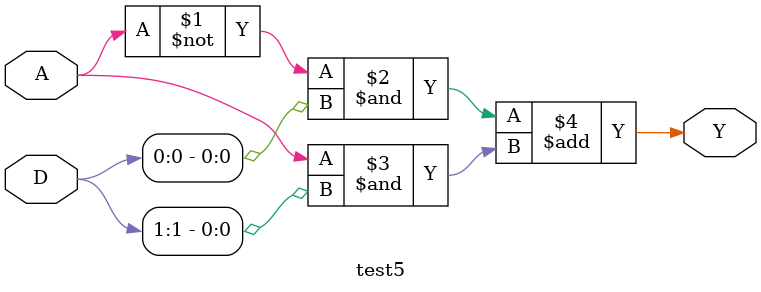
<source format=v>
module test5(A, D, Y);

input A;
input [1:0] D;
output Y;

assign Y = (~(A) & D[0]) + (A & D[1]);

endmodule
</source>
